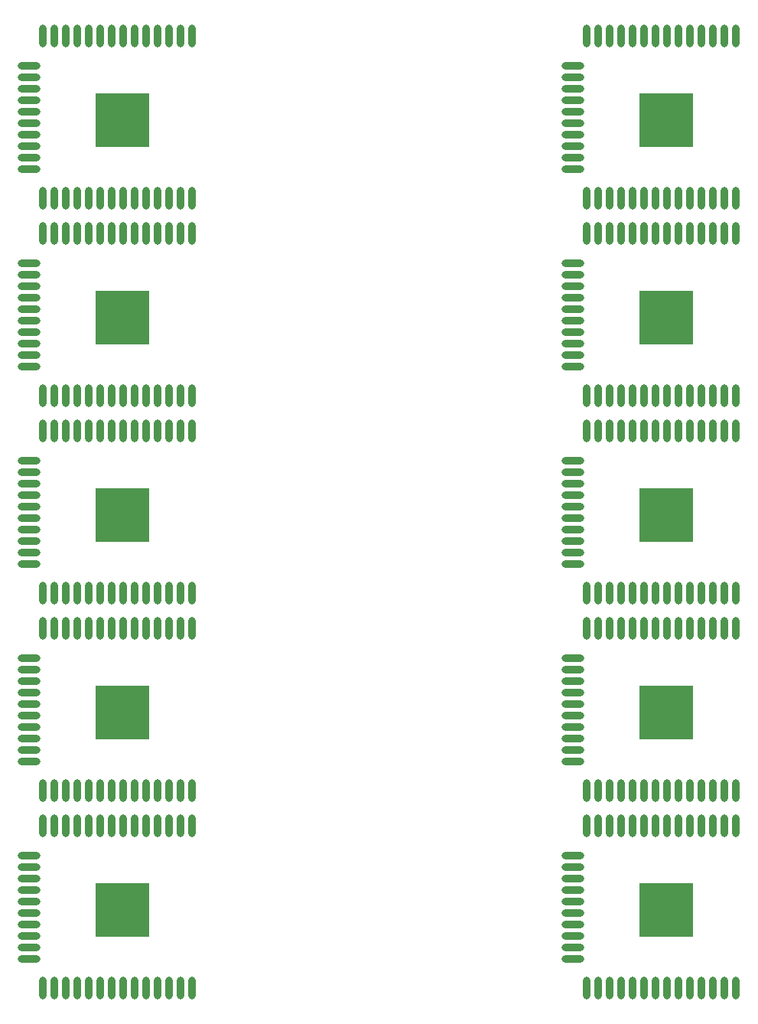
<source format=gbr>
G04 #@! TF.GenerationSoftware,KiCad,Pcbnew,5.1.0-060a0da~80~ubuntu18.04.1*
G04 #@! TF.CreationDate,2019-05-13T00:27:14+02:00*
G04 #@! TF.ProjectId,m3_2x5_panel,6d335f32-7835-45f7-9061-6e656c2e6b69,rev?*
G04 #@! TF.SameCoordinates,Original*
G04 #@! TF.FileFunction,Paste,Bot*
G04 #@! TF.FilePolarity,Positive*
%FSLAX46Y46*%
G04 Gerber Fmt 4.6, Leading zero omitted, Abs format (unit mm)*
G04 Created by KiCad (PCBNEW 5.1.0-060a0da~80~ubuntu18.04.1) date 2019-05-13 00:27:14*
%MOMM*%
%LPD*%
G04 APERTURE LIST*
%ADD10R,6.000000X6.000000*%
%ADD11O,0.900000X2.500000*%
%ADD12O,2.500000X0.900000*%
G04 APERTURE END LIST*
D10*
X184694000Y-144082000D03*
D11*
X192394000Y-152782000D03*
X191124000Y-152782000D03*
X189854000Y-152782000D03*
X188584000Y-152782000D03*
X187314000Y-152782000D03*
X186044000Y-152782000D03*
X184774000Y-152782000D03*
X183504000Y-152782000D03*
X182234000Y-152782000D03*
X180964000Y-152782000D03*
X179694000Y-152782000D03*
X178424000Y-152782000D03*
X177154000Y-152782000D03*
X175884000Y-152782000D03*
D12*
X174394000Y-149497000D03*
X174394000Y-148227000D03*
X174394000Y-146957000D03*
X174394000Y-145687000D03*
X174394000Y-144417000D03*
X174394000Y-143147000D03*
X174394000Y-141877000D03*
X174394000Y-140607000D03*
X174394000Y-139337000D03*
X174394000Y-138067000D03*
D11*
X175884000Y-134782000D03*
X177154000Y-134782000D03*
X178424000Y-134782000D03*
X179694000Y-134782000D03*
X180964000Y-134782000D03*
X182234000Y-134782000D03*
X183504000Y-134782000D03*
X184774000Y-134782000D03*
X186044000Y-134782000D03*
X187314000Y-134782000D03*
X188584000Y-134782000D03*
X189854000Y-134782000D03*
X191124000Y-134782000D03*
X192394000Y-134782000D03*
D10*
X124496000Y-144082000D03*
D11*
X132196000Y-152782000D03*
X130926000Y-152782000D03*
X129656000Y-152782000D03*
X128386000Y-152782000D03*
X127116000Y-152782000D03*
X125846000Y-152782000D03*
X124576000Y-152782000D03*
X123306000Y-152782000D03*
X122036000Y-152782000D03*
X120766000Y-152782000D03*
X119496000Y-152782000D03*
X118226000Y-152782000D03*
X116956000Y-152782000D03*
X115686000Y-152782000D03*
D12*
X114196000Y-149497000D03*
X114196000Y-148227000D03*
X114196000Y-146957000D03*
X114196000Y-145687000D03*
X114196000Y-144417000D03*
X114196000Y-143147000D03*
X114196000Y-141877000D03*
X114196000Y-140607000D03*
X114196000Y-139337000D03*
X114196000Y-138067000D03*
D11*
X115686000Y-134782000D03*
X116956000Y-134782000D03*
X118226000Y-134782000D03*
X119496000Y-134782000D03*
X120766000Y-134782000D03*
X122036000Y-134782000D03*
X123306000Y-134782000D03*
X124576000Y-134782000D03*
X125846000Y-134782000D03*
X127116000Y-134782000D03*
X128386000Y-134782000D03*
X129656000Y-134782000D03*
X130926000Y-134782000D03*
X132196000Y-134782000D03*
D10*
X184694000Y-122238000D03*
D11*
X192394000Y-130938000D03*
X191124000Y-130938000D03*
X189854000Y-130938000D03*
X188584000Y-130938000D03*
X187314000Y-130938000D03*
X186044000Y-130938000D03*
X184774000Y-130938000D03*
X183504000Y-130938000D03*
X182234000Y-130938000D03*
X180964000Y-130938000D03*
X179694000Y-130938000D03*
X178424000Y-130938000D03*
X177154000Y-130938000D03*
X175884000Y-130938000D03*
D12*
X174394000Y-127653000D03*
X174394000Y-126383000D03*
X174394000Y-125113000D03*
X174394000Y-123843000D03*
X174394000Y-122573000D03*
X174394000Y-121303000D03*
X174394000Y-120033000D03*
X174394000Y-118763000D03*
X174394000Y-117493000D03*
X174394000Y-116223000D03*
D11*
X175884000Y-112938000D03*
X177154000Y-112938000D03*
X178424000Y-112938000D03*
X179694000Y-112938000D03*
X180964000Y-112938000D03*
X182234000Y-112938000D03*
X183504000Y-112938000D03*
X184774000Y-112938000D03*
X186044000Y-112938000D03*
X187314000Y-112938000D03*
X188584000Y-112938000D03*
X189854000Y-112938000D03*
X191124000Y-112938000D03*
X192394000Y-112938000D03*
D10*
X124496000Y-122238000D03*
D11*
X132196000Y-130938000D03*
X130926000Y-130938000D03*
X129656000Y-130938000D03*
X128386000Y-130938000D03*
X127116000Y-130938000D03*
X125846000Y-130938000D03*
X124576000Y-130938000D03*
X123306000Y-130938000D03*
X122036000Y-130938000D03*
X120766000Y-130938000D03*
X119496000Y-130938000D03*
X118226000Y-130938000D03*
X116956000Y-130938000D03*
X115686000Y-130938000D03*
D12*
X114196000Y-127653000D03*
X114196000Y-126383000D03*
X114196000Y-125113000D03*
X114196000Y-123843000D03*
X114196000Y-122573000D03*
X114196000Y-121303000D03*
X114196000Y-120033000D03*
X114196000Y-118763000D03*
X114196000Y-117493000D03*
X114196000Y-116223000D03*
D11*
X115686000Y-112938000D03*
X116956000Y-112938000D03*
X118226000Y-112938000D03*
X119496000Y-112938000D03*
X120766000Y-112938000D03*
X122036000Y-112938000D03*
X123306000Y-112938000D03*
X124576000Y-112938000D03*
X125846000Y-112938000D03*
X127116000Y-112938000D03*
X128386000Y-112938000D03*
X129656000Y-112938000D03*
X130926000Y-112938000D03*
X132196000Y-112938000D03*
D10*
X184694000Y-100394000D03*
D11*
X192394000Y-109094000D03*
X191124000Y-109094000D03*
X189854000Y-109094000D03*
X188584000Y-109094000D03*
X187314000Y-109094000D03*
X186044000Y-109094000D03*
X184774000Y-109094000D03*
X183504000Y-109094000D03*
X182234000Y-109094000D03*
X180964000Y-109094000D03*
X179694000Y-109094000D03*
X178424000Y-109094000D03*
X177154000Y-109094000D03*
X175884000Y-109094000D03*
D12*
X174394000Y-105809000D03*
X174394000Y-104539000D03*
X174394000Y-103269000D03*
X174394000Y-101999000D03*
X174394000Y-100729000D03*
X174394000Y-99459000D03*
X174394000Y-98189000D03*
X174394000Y-96919000D03*
X174394000Y-95649000D03*
X174394000Y-94379000D03*
D11*
X175884000Y-91094000D03*
X177154000Y-91094000D03*
X178424000Y-91094000D03*
X179694000Y-91094000D03*
X180964000Y-91094000D03*
X182234000Y-91094000D03*
X183504000Y-91094000D03*
X184774000Y-91094000D03*
X186044000Y-91094000D03*
X187314000Y-91094000D03*
X188584000Y-91094000D03*
X189854000Y-91094000D03*
X191124000Y-91094000D03*
X192394000Y-91094000D03*
D10*
X124496000Y-100394000D03*
D11*
X132196000Y-109094000D03*
X130926000Y-109094000D03*
X129656000Y-109094000D03*
X128386000Y-109094000D03*
X127116000Y-109094000D03*
X125846000Y-109094000D03*
X124576000Y-109094000D03*
X123306000Y-109094000D03*
X122036000Y-109094000D03*
X120766000Y-109094000D03*
X119496000Y-109094000D03*
X118226000Y-109094000D03*
X116956000Y-109094000D03*
X115686000Y-109094000D03*
D12*
X114196000Y-105809000D03*
X114196000Y-104539000D03*
X114196000Y-103269000D03*
X114196000Y-101999000D03*
X114196000Y-100729000D03*
X114196000Y-99459000D03*
X114196000Y-98189000D03*
X114196000Y-96919000D03*
X114196000Y-95649000D03*
X114196000Y-94379000D03*
D11*
X115686000Y-91094000D03*
X116956000Y-91094000D03*
X118226000Y-91094000D03*
X119496000Y-91094000D03*
X120766000Y-91094000D03*
X122036000Y-91094000D03*
X123306000Y-91094000D03*
X124576000Y-91094000D03*
X125846000Y-91094000D03*
X127116000Y-91094000D03*
X128386000Y-91094000D03*
X129656000Y-91094000D03*
X130926000Y-91094000D03*
X132196000Y-91094000D03*
D10*
X184694000Y-78550000D03*
D11*
X192394000Y-87250000D03*
X191124000Y-87250000D03*
X189854000Y-87250000D03*
X188584000Y-87250000D03*
X187314000Y-87250000D03*
X186044000Y-87250000D03*
X184774000Y-87250000D03*
X183504000Y-87250000D03*
X182234000Y-87250000D03*
X180964000Y-87250000D03*
X179694000Y-87250000D03*
X178424000Y-87250000D03*
X177154000Y-87250000D03*
X175884000Y-87250000D03*
D12*
X174394000Y-83965000D03*
X174394000Y-82695000D03*
X174394000Y-81425000D03*
X174394000Y-80155000D03*
X174394000Y-78885000D03*
X174394000Y-77615000D03*
X174394000Y-76345000D03*
X174394000Y-75075000D03*
X174394000Y-73805000D03*
X174394000Y-72535000D03*
D11*
X175884000Y-69250000D03*
X177154000Y-69250000D03*
X178424000Y-69250000D03*
X179694000Y-69250000D03*
X180964000Y-69250000D03*
X182234000Y-69250000D03*
X183504000Y-69250000D03*
X184774000Y-69250000D03*
X186044000Y-69250000D03*
X187314000Y-69250000D03*
X188584000Y-69250000D03*
X189854000Y-69250000D03*
X191124000Y-69250000D03*
X192394000Y-69250000D03*
D10*
X124496000Y-78550000D03*
D11*
X132196000Y-87250000D03*
X130926000Y-87250000D03*
X129656000Y-87250000D03*
X128386000Y-87250000D03*
X127116000Y-87250000D03*
X125846000Y-87250000D03*
X124576000Y-87250000D03*
X123306000Y-87250000D03*
X122036000Y-87250000D03*
X120766000Y-87250000D03*
X119496000Y-87250000D03*
X118226000Y-87250000D03*
X116956000Y-87250000D03*
X115686000Y-87250000D03*
D12*
X114196000Y-83965000D03*
X114196000Y-82695000D03*
X114196000Y-81425000D03*
X114196000Y-80155000D03*
X114196000Y-78885000D03*
X114196000Y-77615000D03*
X114196000Y-76345000D03*
X114196000Y-75075000D03*
X114196000Y-73805000D03*
X114196000Y-72535000D03*
D11*
X115686000Y-69250000D03*
X116956000Y-69250000D03*
X118226000Y-69250000D03*
X119496000Y-69250000D03*
X120766000Y-69250000D03*
X122036000Y-69250000D03*
X123306000Y-69250000D03*
X124576000Y-69250000D03*
X125846000Y-69250000D03*
X127116000Y-69250000D03*
X128386000Y-69250000D03*
X129656000Y-69250000D03*
X130926000Y-69250000D03*
X132196000Y-69250000D03*
D10*
X184694000Y-56706000D03*
D11*
X192394000Y-65406000D03*
X191124000Y-65406000D03*
X189854000Y-65406000D03*
X188584000Y-65406000D03*
X187314000Y-65406000D03*
X186044000Y-65406000D03*
X184774000Y-65406000D03*
X183504000Y-65406000D03*
X182234000Y-65406000D03*
X180964000Y-65406000D03*
X179694000Y-65406000D03*
X178424000Y-65406000D03*
X177154000Y-65406000D03*
X175884000Y-65406000D03*
D12*
X174394000Y-62121000D03*
X174394000Y-60851000D03*
X174394000Y-59581000D03*
X174394000Y-58311000D03*
X174394000Y-57041000D03*
X174394000Y-55771000D03*
X174394000Y-54501000D03*
X174394000Y-53231000D03*
X174394000Y-51961000D03*
X174394000Y-50691000D03*
D11*
X175884000Y-47406000D03*
X177154000Y-47406000D03*
X178424000Y-47406000D03*
X179694000Y-47406000D03*
X180964000Y-47406000D03*
X182234000Y-47406000D03*
X183504000Y-47406000D03*
X184774000Y-47406000D03*
X186044000Y-47406000D03*
X187314000Y-47406000D03*
X188584000Y-47406000D03*
X189854000Y-47406000D03*
X191124000Y-47406000D03*
X192394000Y-47406000D03*
X132196000Y-47406000D03*
X130926000Y-47406000D03*
X129656000Y-47406000D03*
X128386000Y-47406000D03*
X127116000Y-47406000D03*
X125846000Y-47406000D03*
X124576000Y-47406000D03*
X123306000Y-47406000D03*
X122036000Y-47406000D03*
X120766000Y-47406000D03*
X119496000Y-47406000D03*
X118226000Y-47406000D03*
X116956000Y-47406000D03*
X115686000Y-47406000D03*
D12*
X114196000Y-50691000D03*
X114196000Y-51961000D03*
X114196000Y-53231000D03*
X114196000Y-54501000D03*
X114196000Y-55771000D03*
X114196000Y-57041000D03*
X114196000Y-58311000D03*
X114196000Y-59581000D03*
X114196000Y-60851000D03*
X114196000Y-62121000D03*
D11*
X115686000Y-65406000D03*
X116956000Y-65406000D03*
X118226000Y-65406000D03*
X119496000Y-65406000D03*
X120766000Y-65406000D03*
X122036000Y-65406000D03*
X123306000Y-65406000D03*
X124576000Y-65406000D03*
X125846000Y-65406000D03*
X127116000Y-65406000D03*
X128386000Y-65406000D03*
X129656000Y-65406000D03*
X130926000Y-65406000D03*
X132196000Y-65406000D03*
D10*
X124496000Y-56706000D03*
M02*

</source>
